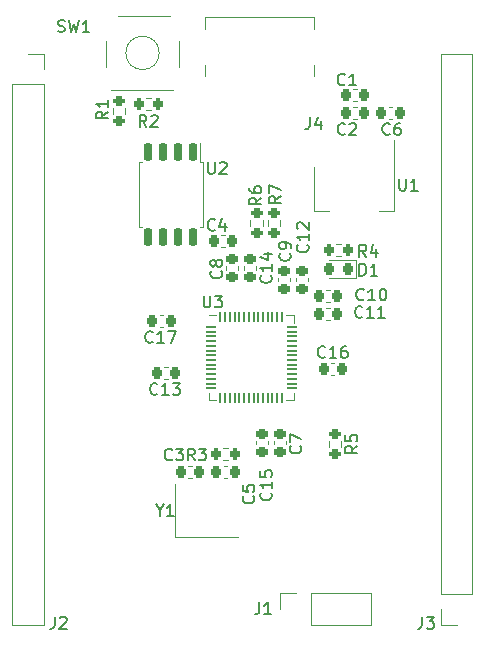
<source format=gbr>
%TF.GenerationSoftware,KiCad,Pcbnew,(6.0.7)*%
%TF.CreationDate,2023-07-30T21:01:36+08:00*%
%TF.ProjectId,RP2040 basic dev board,52503230-3430-4206-9261-736963206465,rev?*%
%TF.SameCoordinates,Original*%
%TF.FileFunction,Legend,Top*%
%TF.FilePolarity,Positive*%
%FSLAX46Y46*%
G04 Gerber Fmt 4.6, Leading zero omitted, Abs format (unit mm)*
G04 Created by KiCad (PCBNEW (6.0.7)) date 2023-07-30 21:01:36*
%MOMM*%
%LPD*%
G01*
G04 APERTURE LIST*
G04 Aperture macros list*
%AMRoundRect*
0 Rectangle with rounded corners*
0 $1 Rounding radius*
0 $2 $3 $4 $5 $6 $7 $8 $9 X,Y pos of 4 corners*
0 Add a 4 corners polygon primitive as box body*
4,1,4,$2,$3,$4,$5,$6,$7,$8,$9,$2,$3,0*
0 Add four circle primitives for the rounded corners*
1,1,$1+$1,$2,$3*
1,1,$1+$1,$4,$5*
1,1,$1+$1,$6,$7*
1,1,$1+$1,$8,$9*
0 Add four rect primitives between the rounded corners*
20,1,$1+$1,$2,$3,$4,$5,0*
20,1,$1+$1,$4,$5,$6,$7,0*
20,1,$1+$1,$6,$7,$8,$9,0*
20,1,$1+$1,$8,$9,$2,$3,0*%
G04 Aperture macros list end*
%ADD10C,0.150000*%
%ADD11C,0.120000*%
%ADD12R,1.700000X1.700000*%
%ADD13O,1.700000X1.700000*%
%ADD14RoundRect,0.225000X-0.225000X-0.250000X0.225000X-0.250000X0.225000X0.250000X-0.225000X0.250000X0*%
%ADD15RoundRect,0.225000X0.250000X-0.225000X0.250000X0.225000X-0.250000X0.225000X-0.250000X-0.225000X0*%
%ADD16RoundRect,0.200000X0.275000X-0.200000X0.275000X0.200000X-0.275000X0.200000X-0.275000X-0.200000X0*%
%ADD17RoundRect,0.225000X0.225000X0.250000X-0.225000X0.250000X-0.225000X-0.250000X0.225000X-0.250000X0*%
%ADD18R,2.100000X1.800000*%
%ADD19C,1.700000*%
%ADD20RoundRect,0.200000X-0.275000X0.200000X-0.275000X-0.200000X0.275000X-0.200000X0.275000X0.200000X0*%
%ADD21RoundRect,0.200000X-0.200000X-0.275000X0.200000X-0.275000X0.200000X0.275000X-0.200000X0.275000X0*%
%ADD22RoundRect,0.050000X-0.387500X-0.050000X0.387500X-0.050000X0.387500X0.050000X-0.387500X0.050000X0*%
%ADD23RoundRect,0.050000X-0.050000X-0.387500X0.050000X-0.387500X0.050000X0.387500X-0.050000X0.387500X0*%
%ADD24R,3.200000X3.200000*%
%ADD25RoundRect,0.225000X-0.250000X0.225000X-0.250000X-0.225000X0.250000X-0.225000X0.250000X0.225000X0*%
%ADD26RoundRect,0.218750X0.218750X0.256250X-0.218750X0.256250X-0.218750X-0.256250X0.218750X-0.256250X0*%
%ADD27RoundRect,0.150000X-0.150000X0.650000X-0.150000X-0.650000X0.150000X-0.650000X0.150000X0.650000X0*%
%ADD28O,0.850000X0.600000*%
%ADD29C,0.600000*%
%ADD30R,1.000000X2.000000*%
%ADD31R,0.520000X1.000000*%
%ADD32R,0.270000X1.000000*%
%ADD33O,1.300000X2.300000*%
%ADD34O,1.300000X2.600000*%
%ADD35R,1.500000X2.000000*%
%ADD36R,3.800000X2.000000*%
G04 APERTURE END LIST*
D10*
%TO.C,J1*%
X195071666Y-114827380D02*
X195071666Y-115541666D01*
X195024047Y-115684523D01*
X194928809Y-115779761D01*
X194785952Y-115827380D01*
X194690714Y-115827380D01*
X196071666Y-115827380D02*
X195500238Y-115827380D01*
X195785952Y-115827380D02*
X195785952Y-114827380D01*
X195690714Y-114970238D01*
X195595476Y-115065476D01*
X195500238Y-115113095D01*
%TO.C,C11*%
X203807142Y-90632142D02*
X203759523Y-90679761D01*
X203616666Y-90727380D01*
X203521428Y-90727380D01*
X203378571Y-90679761D01*
X203283333Y-90584523D01*
X203235714Y-90489285D01*
X203188095Y-90298809D01*
X203188095Y-90155952D01*
X203235714Y-89965476D01*
X203283333Y-89870238D01*
X203378571Y-89775000D01*
X203521428Y-89727380D01*
X203616666Y-89727380D01*
X203759523Y-89775000D01*
X203807142Y-89822619D01*
X204759523Y-90727380D02*
X204188095Y-90727380D01*
X204473809Y-90727380D02*
X204473809Y-89727380D01*
X204378571Y-89870238D01*
X204283333Y-89965476D01*
X204188095Y-90013095D01*
X205711904Y-90727380D02*
X205140476Y-90727380D01*
X205426190Y-90727380D02*
X205426190Y-89727380D01*
X205330952Y-89870238D01*
X205235714Y-89965476D01*
X205140476Y-90013095D01*
%TO.C,C8*%
X191857142Y-86766666D02*
X191904761Y-86814285D01*
X191952380Y-86957142D01*
X191952380Y-87052380D01*
X191904761Y-87195238D01*
X191809523Y-87290476D01*
X191714285Y-87338095D01*
X191523809Y-87385714D01*
X191380952Y-87385714D01*
X191190476Y-87338095D01*
X191095238Y-87290476D01*
X191000000Y-87195238D01*
X190952380Y-87052380D01*
X190952380Y-86957142D01*
X191000000Y-86814285D01*
X191047619Y-86766666D01*
X191380952Y-86195238D02*
X191333333Y-86290476D01*
X191285714Y-86338095D01*
X191190476Y-86385714D01*
X191142857Y-86385714D01*
X191047619Y-86338095D01*
X191000000Y-86290476D01*
X190952380Y-86195238D01*
X190952380Y-86004761D01*
X191000000Y-85909523D01*
X191047619Y-85861904D01*
X191142857Y-85814285D01*
X191190476Y-85814285D01*
X191285714Y-85861904D01*
X191333333Y-85909523D01*
X191380952Y-86004761D01*
X191380952Y-86195238D01*
X191428571Y-86290476D01*
X191476190Y-86338095D01*
X191571428Y-86385714D01*
X191761904Y-86385714D01*
X191857142Y-86338095D01*
X191904761Y-86290476D01*
X191952380Y-86195238D01*
X191952380Y-86004761D01*
X191904761Y-85909523D01*
X191857142Y-85861904D01*
X191761904Y-85814285D01*
X191571428Y-85814285D01*
X191476190Y-85861904D01*
X191428571Y-85909523D01*
X191380952Y-86004761D01*
%TO.C,C4*%
X191333333Y-83257142D02*
X191285714Y-83304761D01*
X191142857Y-83352380D01*
X191047619Y-83352380D01*
X190904761Y-83304761D01*
X190809523Y-83209523D01*
X190761904Y-83114285D01*
X190714285Y-82923809D01*
X190714285Y-82780952D01*
X190761904Y-82590476D01*
X190809523Y-82495238D01*
X190904761Y-82400000D01*
X191047619Y-82352380D01*
X191142857Y-82352380D01*
X191285714Y-82400000D01*
X191333333Y-82447619D01*
X192190476Y-82685714D02*
X192190476Y-83352380D01*
X191952380Y-82304761D02*
X191714285Y-83019047D01*
X192333333Y-83019047D01*
%TO.C,J3*%
X208866666Y-116052380D02*
X208866666Y-116766666D01*
X208819047Y-116909523D01*
X208723809Y-117004761D01*
X208580952Y-117052380D01*
X208485714Y-117052380D01*
X209247619Y-116052380D02*
X209866666Y-116052380D01*
X209533333Y-116433333D01*
X209676190Y-116433333D01*
X209771428Y-116480952D01*
X209819047Y-116528571D01*
X209866666Y-116623809D01*
X209866666Y-116861904D01*
X209819047Y-116957142D01*
X209771428Y-117004761D01*
X209676190Y-117052380D01*
X209390476Y-117052380D01*
X209295238Y-117004761D01*
X209247619Y-116957142D01*
%TO.C,C1*%
X202333333Y-70957142D02*
X202285714Y-71004761D01*
X202142857Y-71052380D01*
X202047619Y-71052380D01*
X201904761Y-71004761D01*
X201809523Y-70909523D01*
X201761904Y-70814285D01*
X201714285Y-70623809D01*
X201714285Y-70480952D01*
X201761904Y-70290476D01*
X201809523Y-70195238D01*
X201904761Y-70100000D01*
X202047619Y-70052380D01*
X202142857Y-70052380D01*
X202285714Y-70100000D01*
X202333333Y-70147619D01*
X203285714Y-71052380D02*
X202714285Y-71052380D01*
X203000000Y-71052380D02*
X203000000Y-70052380D01*
X202904761Y-70195238D01*
X202809523Y-70290476D01*
X202714285Y-70338095D01*
%TO.C,R6*%
X195252380Y-80551666D02*
X194776190Y-80885000D01*
X195252380Y-81123095D02*
X194252380Y-81123095D01*
X194252380Y-80742142D01*
X194300000Y-80646904D01*
X194347619Y-80599285D01*
X194442857Y-80551666D01*
X194585714Y-80551666D01*
X194680952Y-80599285D01*
X194728571Y-80646904D01*
X194776190Y-80742142D01*
X194776190Y-81123095D01*
X194252380Y-79694523D02*
X194252380Y-79885000D01*
X194300000Y-79980238D01*
X194347619Y-80027857D01*
X194490476Y-80123095D01*
X194680952Y-80170714D01*
X195061904Y-80170714D01*
X195157142Y-80123095D01*
X195204761Y-80075476D01*
X195252380Y-79980238D01*
X195252380Y-79789761D01*
X195204761Y-79694523D01*
X195157142Y-79646904D01*
X195061904Y-79599285D01*
X194823809Y-79599285D01*
X194728571Y-79646904D01*
X194680952Y-79694523D01*
X194633333Y-79789761D01*
X194633333Y-79980238D01*
X194680952Y-80075476D01*
X194728571Y-80123095D01*
X194823809Y-80170714D01*
%TO.C,C5*%
X194582142Y-105816666D02*
X194629761Y-105864285D01*
X194677380Y-106007142D01*
X194677380Y-106102380D01*
X194629761Y-106245238D01*
X194534523Y-106340476D01*
X194439285Y-106388095D01*
X194248809Y-106435714D01*
X194105952Y-106435714D01*
X193915476Y-106388095D01*
X193820238Y-106340476D01*
X193725000Y-106245238D01*
X193677380Y-106102380D01*
X193677380Y-106007142D01*
X193725000Y-105864285D01*
X193772619Y-105816666D01*
X193677380Y-104911904D02*
X193677380Y-105388095D01*
X194153571Y-105435714D01*
X194105952Y-105388095D01*
X194058333Y-105292857D01*
X194058333Y-105054761D01*
X194105952Y-104959523D01*
X194153571Y-104911904D01*
X194248809Y-104864285D01*
X194486904Y-104864285D01*
X194582142Y-104911904D01*
X194629761Y-104959523D01*
X194677380Y-105054761D01*
X194677380Y-105292857D01*
X194629761Y-105388095D01*
X194582142Y-105435714D01*
%TO.C,C13*%
X186457142Y-97157142D02*
X186409523Y-97204761D01*
X186266666Y-97252380D01*
X186171428Y-97252380D01*
X186028571Y-97204761D01*
X185933333Y-97109523D01*
X185885714Y-97014285D01*
X185838095Y-96823809D01*
X185838095Y-96680952D01*
X185885714Y-96490476D01*
X185933333Y-96395238D01*
X186028571Y-96300000D01*
X186171428Y-96252380D01*
X186266666Y-96252380D01*
X186409523Y-96300000D01*
X186457142Y-96347619D01*
X187409523Y-97252380D02*
X186838095Y-97252380D01*
X187123809Y-97252380D02*
X187123809Y-96252380D01*
X187028571Y-96395238D01*
X186933333Y-96490476D01*
X186838095Y-96538095D01*
X187742857Y-96252380D02*
X188361904Y-96252380D01*
X188028571Y-96633333D01*
X188171428Y-96633333D01*
X188266666Y-96680952D01*
X188314285Y-96728571D01*
X188361904Y-96823809D01*
X188361904Y-97061904D01*
X188314285Y-97157142D01*
X188266666Y-97204761D01*
X188171428Y-97252380D01*
X187885714Y-97252380D01*
X187790476Y-97204761D01*
X187742857Y-97157142D01*
%TO.C,Y1*%
X186648809Y-107026190D02*
X186648809Y-107502380D01*
X186315476Y-106502380D02*
X186648809Y-107026190D01*
X186982142Y-106502380D01*
X187839285Y-107502380D02*
X187267857Y-107502380D01*
X187553571Y-107502380D02*
X187553571Y-106502380D01*
X187458333Y-106645238D01*
X187363095Y-106740476D01*
X187267857Y-106788095D01*
%TO.C,SW1*%
X178041666Y-66479761D02*
X178184523Y-66527380D01*
X178422619Y-66527380D01*
X178517857Y-66479761D01*
X178565476Y-66432142D01*
X178613095Y-66336904D01*
X178613095Y-66241666D01*
X178565476Y-66146428D01*
X178517857Y-66098809D01*
X178422619Y-66051190D01*
X178232142Y-66003571D01*
X178136904Y-65955952D01*
X178089285Y-65908333D01*
X178041666Y-65813095D01*
X178041666Y-65717857D01*
X178089285Y-65622619D01*
X178136904Y-65575000D01*
X178232142Y-65527380D01*
X178470238Y-65527380D01*
X178613095Y-65575000D01*
X178946428Y-65527380D02*
X179184523Y-66527380D01*
X179375000Y-65813095D01*
X179565476Y-66527380D01*
X179803571Y-65527380D01*
X180708333Y-66527380D02*
X180136904Y-66527380D01*
X180422619Y-66527380D02*
X180422619Y-65527380D01*
X180327380Y-65670238D01*
X180232142Y-65765476D01*
X180136904Y-65813095D01*
%TO.C,R1*%
X182277380Y-73266666D02*
X181801190Y-73600000D01*
X182277380Y-73838095D02*
X181277380Y-73838095D01*
X181277380Y-73457142D01*
X181325000Y-73361904D01*
X181372619Y-73314285D01*
X181467857Y-73266666D01*
X181610714Y-73266666D01*
X181705952Y-73314285D01*
X181753571Y-73361904D01*
X181801190Y-73457142D01*
X181801190Y-73838095D01*
X182277380Y-72314285D02*
X182277380Y-72885714D01*
X182277380Y-72600000D02*
X181277380Y-72600000D01*
X181420238Y-72695238D01*
X181515476Y-72790476D01*
X181563095Y-72885714D01*
%TO.C,R5*%
X203382380Y-101566666D02*
X202906190Y-101900000D01*
X203382380Y-102138095D02*
X202382380Y-102138095D01*
X202382380Y-101757142D01*
X202430000Y-101661904D01*
X202477619Y-101614285D01*
X202572857Y-101566666D01*
X202715714Y-101566666D01*
X202810952Y-101614285D01*
X202858571Y-101661904D01*
X202906190Y-101757142D01*
X202906190Y-102138095D01*
X202382380Y-100661904D02*
X202382380Y-101138095D01*
X202858571Y-101185714D01*
X202810952Y-101138095D01*
X202763333Y-101042857D01*
X202763333Y-100804761D01*
X202810952Y-100709523D01*
X202858571Y-100661904D01*
X202953809Y-100614285D01*
X203191904Y-100614285D01*
X203287142Y-100661904D01*
X203334761Y-100709523D01*
X203382380Y-100804761D01*
X203382380Y-101042857D01*
X203334761Y-101138095D01*
X203287142Y-101185714D01*
%TO.C,C17*%
X186057142Y-92757142D02*
X186009523Y-92804761D01*
X185866666Y-92852380D01*
X185771428Y-92852380D01*
X185628571Y-92804761D01*
X185533333Y-92709523D01*
X185485714Y-92614285D01*
X185438095Y-92423809D01*
X185438095Y-92280952D01*
X185485714Y-92090476D01*
X185533333Y-91995238D01*
X185628571Y-91900000D01*
X185771428Y-91852380D01*
X185866666Y-91852380D01*
X186009523Y-91900000D01*
X186057142Y-91947619D01*
X187009523Y-92852380D02*
X186438095Y-92852380D01*
X186723809Y-92852380D02*
X186723809Y-91852380D01*
X186628571Y-91995238D01*
X186533333Y-92090476D01*
X186438095Y-92138095D01*
X187342857Y-91852380D02*
X188009523Y-91852380D01*
X187580952Y-92852380D01*
%TO.C,C3*%
X187708333Y-102707142D02*
X187660714Y-102754761D01*
X187517857Y-102802380D01*
X187422619Y-102802380D01*
X187279761Y-102754761D01*
X187184523Y-102659523D01*
X187136904Y-102564285D01*
X187089285Y-102373809D01*
X187089285Y-102230952D01*
X187136904Y-102040476D01*
X187184523Y-101945238D01*
X187279761Y-101850000D01*
X187422619Y-101802380D01*
X187517857Y-101802380D01*
X187660714Y-101850000D01*
X187708333Y-101897619D01*
X188041666Y-101802380D02*
X188660714Y-101802380D01*
X188327380Y-102183333D01*
X188470238Y-102183333D01*
X188565476Y-102230952D01*
X188613095Y-102278571D01*
X188660714Y-102373809D01*
X188660714Y-102611904D01*
X188613095Y-102707142D01*
X188565476Y-102754761D01*
X188470238Y-102802380D01*
X188184523Y-102802380D01*
X188089285Y-102754761D01*
X188041666Y-102707142D01*
%TO.C,R7*%
X196902380Y-80451666D02*
X196426190Y-80785000D01*
X196902380Y-81023095D02*
X195902380Y-81023095D01*
X195902380Y-80642142D01*
X195950000Y-80546904D01*
X195997619Y-80499285D01*
X196092857Y-80451666D01*
X196235714Y-80451666D01*
X196330952Y-80499285D01*
X196378571Y-80546904D01*
X196426190Y-80642142D01*
X196426190Y-81023095D01*
X195902380Y-80118333D02*
X195902380Y-79451666D01*
X196902380Y-79880238D01*
%TO.C,R4*%
X204133333Y-85552380D02*
X203800000Y-85076190D01*
X203561904Y-85552380D02*
X203561904Y-84552380D01*
X203942857Y-84552380D01*
X204038095Y-84600000D01*
X204085714Y-84647619D01*
X204133333Y-84742857D01*
X204133333Y-84885714D01*
X204085714Y-84980952D01*
X204038095Y-85028571D01*
X203942857Y-85076190D01*
X203561904Y-85076190D01*
X204990476Y-84885714D02*
X204990476Y-85552380D01*
X204752380Y-84504761D02*
X204514285Y-85219047D01*
X205133333Y-85219047D01*
%TO.C,U3*%
X190363095Y-88852380D02*
X190363095Y-89661904D01*
X190410714Y-89757142D01*
X190458333Y-89804761D01*
X190553571Y-89852380D01*
X190744047Y-89852380D01*
X190839285Y-89804761D01*
X190886904Y-89757142D01*
X190934523Y-89661904D01*
X190934523Y-88852380D01*
X191315476Y-88852380D02*
X191934523Y-88852380D01*
X191601190Y-89233333D01*
X191744047Y-89233333D01*
X191839285Y-89280952D01*
X191886904Y-89328571D01*
X191934523Y-89423809D01*
X191934523Y-89661904D01*
X191886904Y-89757142D01*
X191839285Y-89804761D01*
X191744047Y-89852380D01*
X191458333Y-89852380D01*
X191363095Y-89804761D01*
X191315476Y-89757142D01*
%TO.C,J2*%
X177766666Y-116032380D02*
X177766666Y-116746666D01*
X177719047Y-116889523D01*
X177623809Y-116984761D01*
X177480952Y-117032380D01*
X177385714Y-117032380D01*
X178195238Y-116127619D02*
X178242857Y-116080000D01*
X178338095Y-116032380D01*
X178576190Y-116032380D01*
X178671428Y-116080000D01*
X178719047Y-116127619D01*
X178766666Y-116222857D01*
X178766666Y-116318095D01*
X178719047Y-116460952D01*
X178147619Y-117032380D01*
X178766666Y-117032380D01*
%TO.C,C7*%
X198557142Y-101566666D02*
X198604761Y-101614285D01*
X198652380Y-101757142D01*
X198652380Y-101852380D01*
X198604761Y-101995238D01*
X198509523Y-102090476D01*
X198414285Y-102138095D01*
X198223809Y-102185714D01*
X198080952Y-102185714D01*
X197890476Y-102138095D01*
X197795238Y-102090476D01*
X197700000Y-101995238D01*
X197652380Y-101852380D01*
X197652380Y-101757142D01*
X197700000Y-101614285D01*
X197747619Y-101566666D01*
X197652380Y-101233333D02*
X197652380Y-100566666D01*
X198652380Y-100995238D01*
%TO.C,D1*%
X203561904Y-87152380D02*
X203561904Y-86152380D01*
X203800000Y-86152380D01*
X203942857Y-86200000D01*
X204038095Y-86295238D01*
X204085714Y-86390476D01*
X204133333Y-86580952D01*
X204133333Y-86723809D01*
X204085714Y-86914285D01*
X204038095Y-87009523D01*
X203942857Y-87104761D01*
X203800000Y-87152380D01*
X203561904Y-87152380D01*
X205085714Y-87152380D02*
X204514285Y-87152380D01*
X204800000Y-87152380D02*
X204800000Y-86152380D01*
X204704761Y-86295238D01*
X204609523Y-86390476D01*
X204514285Y-86438095D01*
%TO.C,C12*%
X199157142Y-84542857D02*
X199204761Y-84590476D01*
X199252380Y-84733333D01*
X199252380Y-84828571D01*
X199204761Y-84971428D01*
X199109523Y-85066666D01*
X199014285Y-85114285D01*
X198823809Y-85161904D01*
X198680952Y-85161904D01*
X198490476Y-85114285D01*
X198395238Y-85066666D01*
X198300000Y-84971428D01*
X198252380Y-84828571D01*
X198252380Y-84733333D01*
X198300000Y-84590476D01*
X198347619Y-84542857D01*
X199252380Y-83590476D02*
X199252380Y-84161904D01*
X199252380Y-83876190D02*
X198252380Y-83876190D01*
X198395238Y-83971428D01*
X198490476Y-84066666D01*
X198538095Y-84161904D01*
X198347619Y-83209523D02*
X198300000Y-83161904D01*
X198252380Y-83066666D01*
X198252380Y-82828571D01*
X198300000Y-82733333D01*
X198347619Y-82685714D01*
X198442857Y-82638095D01*
X198538095Y-82638095D01*
X198680952Y-82685714D01*
X199252380Y-83257142D01*
X199252380Y-82638095D01*
%TO.C,U2*%
X190738095Y-77552380D02*
X190738095Y-78361904D01*
X190785714Y-78457142D01*
X190833333Y-78504761D01*
X190928571Y-78552380D01*
X191119047Y-78552380D01*
X191214285Y-78504761D01*
X191261904Y-78457142D01*
X191309523Y-78361904D01*
X191309523Y-77552380D01*
X191738095Y-77647619D02*
X191785714Y-77600000D01*
X191880952Y-77552380D01*
X192119047Y-77552380D01*
X192214285Y-77600000D01*
X192261904Y-77647619D01*
X192309523Y-77742857D01*
X192309523Y-77838095D01*
X192261904Y-77980952D01*
X191690476Y-78552380D01*
X192309523Y-78552380D01*
%TO.C,C10*%
X203932142Y-89157142D02*
X203884523Y-89204761D01*
X203741666Y-89252380D01*
X203646428Y-89252380D01*
X203503571Y-89204761D01*
X203408333Y-89109523D01*
X203360714Y-89014285D01*
X203313095Y-88823809D01*
X203313095Y-88680952D01*
X203360714Y-88490476D01*
X203408333Y-88395238D01*
X203503571Y-88300000D01*
X203646428Y-88252380D01*
X203741666Y-88252380D01*
X203884523Y-88300000D01*
X203932142Y-88347619D01*
X204884523Y-89252380D02*
X204313095Y-89252380D01*
X204598809Y-89252380D02*
X204598809Y-88252380D01*
X204503571Y-88395238D01*
X204408333Y-88490476D01*
X204313095Y-88538095D01*
X205503571Y-88252380D02*
X205598809Y-88252380D01*
X205694047Y-88300000D01*
X205741666Y-88347619D01*
X205789285Y-88442857D01*
X205836904Y-88633333D01*
X205836904Y-88871428D01*
X205789285Y-89061904D01*
X205741666Y-89157142D01*
X205694047Y-89204761D01*
X205598809Y-89252380D01*
X205503571Y-89252380D01*
X205408333Y-89204761D01*
X205360714Y-89157142D01*
X205313095Y-89061904D01*
X205265476Y-88871428D01*
X205265476Y-88633333D01*
X205313095Y-88442857D01*
X205360714Y-88347619D01*
X205408333Y-88300000D01*
X205503571Y-88252380D01*
%TO.C,C16*%
X200657142Y-94027142D02*
X200609523Y-94074761D01*
X200466666Y-94122380D01*
X200371428Y-94122380D01*
X200228571Y-94074761D01*
X200133333Y-93979523D01*
X200085714Y-93884285D01*
X200038095Y-93693809D01*
X200038095Y-93550952D01*
X200085714Y-93360476D01*
X200133333Y-93265238D01*
X200228571Y-93170000D01*
X200371428Y-93122380D01*
X200466666Y-93122380D01*
X200609523Y-93170000D01*
X200657142Y-93217619D01*
X201609523Y-94122380D02*
X201038095Y-94122380D01*
X201323809Y-94122380D02*
X201323809Y-93122380D01*
X201228571Y-93265238D01*
X201133333Y-93360476D01*
X201038095Y-93408095D01*
X202466666Y-93122380D02*
X202276190Y-93122380D01*
X202180952Y-93170000D01*
X202133333Y-93217619D01*
X202038095Y-93360476D01*
X201990476Y-93550952D01*
X201990476Y-93931904D01*
X202038095Y-94027142D01*
X202085714Y-94074761D01*
X202180952Y-94122380D01*
X202371428Y-94122380D01*
X202466666Y-94074761D01*
X202514285Y-94027142D01*
X202561904Y-93931904D01*
X202561904Y-93693809D01*
X202514285Y-93598571D01*
X202466666Y-93550952D01*
X202371428Y-93503333D01*
X202180952Y-93503333D01*
X202085714Y-93550952D01*
X202038095Y-93598571D01*
X201990476Y-93693809D01*
%TO.C,C2*%
X202333333Y-75157142D02*
X202285714Y-75204761D01*
X202142857Y-75252380D01*
X202047619Y-75252380D01*
X201904761Y-75204761D01*
X201809523Y-75109523D01*
X201761904Y-75014285D01*
X201714285Y-74823809D01*
X201714285Y-74680952D01*
X201761904Y-74490476D01*
X201809523Y-74395238D01*
X201904761Y-74300000D01*
X202047619Y-74252380D01*
X202142857Y-74252380D01*
X202285714Y-74300000D01*
X202333333Y-74347619D01*
X202714285Y-74347619D02*
X202761904Y-74300000D01*
X202857142Y-74252380D01*
X203095238Y-74252380D01*
X203190476Y-74300000D01*
X203238095Y-74347619D01*
X203285714Y-74442857D01*
X203285714Y-74538095D01*
X203238095Y-74680952D01*
X202666666Y-75252380D01*
X203285714Y-75252380D01*
%TO.C,R3*%
X189608333Y-102802380D02*
X189275000Y-102326190D01*
X189036904Y-102802380D02*
X189036904Y-101802380D01*
X189417857Y-101802380D01*
X189513095Y-101850000D01*
X189560714Y-101897619D01*
X189608333Y-101992857D01*
X189608333Y-102135714D01*
X189560714Y-102230952D01*
X189513095Y-102278571D01*
X189417857Y-102326190D01*
X189036904Y-102326190D01*
X189941666Y-101802380D02*
X190560714Y-101802380D01*
X190227380Y-102183333D01*
X190370238Y-102183333D01*
X190465476Y-102230952D01*
X190513095Y-102278571D01*
X190560714Y-102373809D01*
X190560714Y-102611904D01*
X190513095Y-102707142D01*
X190465476Y-102754761D01*
X190370238Y-102802380D01*
X190084523Y-102802380D01*
X189989285Y-102754761D01*
X189941666Y-102707142D01*
%TO.C,C9*%
X197657142Y-85266666D02*
X197704761Y-85314285D01*
X197752380Y-85457142D01*
X197752380Y-85552380D01*
X197704761Y-85695238D01*
X197609523Y-85790476D01*
X197514285Y-85838095D01*
X197323809Y-85885714D01*
X197180952Y-85885714D01*
X196990476Y-85838095D01*
X196895238Y-85790476D01*
X196800000Y-85695238D01*
X196752380Y-85552380D01*
X196752380Y-85457142D01*
X196800000Y-85314285D01*
X196847619Y-85266666D01*
X197752380Y-84790476D02*
X197752380Y-84600000D01*
X197704761Y-84504761D01*
X197657142Y-84457142D01*
X197514285Y-84361904D01*
X197323809Y-84314285D01*
X196942857Y-84314285D01*
X196847619Y-84361904D01*
X196800000Y-84409523D01*
X196752380Y-84504761D01*
X196752380Y-84695238D01*
X196800000Y-84790476D01*
X196847619Y-84838095D01*
X196942857Y-84885714D01*
X197180952Y-84885714D01*
X197276190Y-84838095D01*
X197323809Y-84790476D01*
X197371428Y-84695238D01*
X197371428Y-84504761D01*
X197323809Y-84409523D01*
X197276190Y-84361904D01*
X197180952Y-84314285D01*
%TO.C,J4*%
X199366666Y-73752380D02*
X199366666Y-74466666D01*
X199319047Y-74609523D01*
X199223809Y-74704761D01*
X199080952Y-74752380D01*
X198985714Y-74752380D01*
X200271428Y-74085714D02*
X200271428Y-74752380D01*
X200033333Y-73704761D02*
X199795238Y-74419047D01*
X200414285Y-74419047D01*
%TO.C,R2*%
X185533333Y-74552380D02*
X185200000Y-74076190D01*
X184961904Y-74552380D02*
X184961904Y-73552380D01*
X185342857Y-73552380D01*
X185438095Y-73600000D01*
X185485714Y-73647619D01*
X185533333Y-73742857D01*
X185533333Y-73885714D01*
X185485714Y-73980952D01*
X185438095Y-74028571D01*
X185342857Y-74076190D01*
X184961904Y-74076190D01*
X185914285Y-73647619D02*
X185961904Y-73600000D01*
X186057142Y-73552380D01*
X186295238Y-73552380D01*
X186390476Y-73600000D01*
X186438095Y-73647619D01*
X186485714Y-73742857D01*
X186485714Y-73838095D01*
X186438095Y-73980952D01*
X185866666Y-74552380D01*
X186485714Y-74552380D01*
%TO.C,C6*%
X206133333Y-75157142D02*
X206085714Y-75204761D01*
X205942857Y-75252380D01*
X205847619Y-75252380D01*
X205704761Y-75204761D01*
X205609523Y-75109523D01*
X205561904Y-75014285D01*
X205514285Y-74823809D01*
X205514285Y-74680952D01*
X205561904Y-74490476D01*
X205609523Y-74395238D01*
X205704761Y-74300000D01*
X205847619Y-74252380D01*
X205942857Y-74252380D01*
X206085714Y-74300000D01*
X206133333Y-74347619D01*
X206990476Y-74252380D02*
X206800000Y-74252380D01*
X206704761Y-74300000D01*
X206657142Y-74347619D01*
X206561904Y-74490476D01*
X206514285Y-74680952D01*
X206514285Y-75061904D01*
X206561904Y-75157142D01*
X206609523Y-75204761D01*
X206704761Y-75252380D01*
X206895238Y-75252380D01*
X206990476Y-75204761D01*
X207038095Y-75157142D01*
X207085714Y-75061904D01*
X207085714Y-74823809D01*
X207038095Y-74728571D01*
X206990476Y-74680952D01*
X206895238Y-74633333D01*
X206704761Y-74633333D01*
X206609523Y-74680952D01*
X206561904Y-74728571D01*
X206514285Y-74823809D01*
%TO.C,C14*%
X196057142Y-87142857D02*
X196104761Y-87190476D01*
X196152380Y-87333333D01*
X196152380Y-87428571D01*
X196104761Y-87571428D01*
X196009523Y-87666666D01*
X195914285Y-87714285D01*
X195723809Y-87761904D01*
X195580952Y-87761904D01*
X195390476Y-87714285D01*
X195295238Y-87666666D01*
X195200000Y-87571428D01*
X195152380Y-87428571D01*
X195152380Y-87333333D01*
X195200000Y-87190476D01*
X195247619Y-87142857D01*
X196152380Y-86190476D02*
X196152380Y-86761904D01*
X196152380Y-86476190D02*
X195152380Y-86476190D01*
X195295238Y-86571428D01*
X195390476Y-86666666D01*
X195438095Y-86761904D01*
X195485714Y-85333333D02*
X196152380Y-85333333D01*
X195104761Y-85571428D02*
X195819047Y-85809523D01*
X195819047Y-85190476D01*
%TO.C,C15*%
X196057142Y-105542857D02*
X196104761Y-105590476D01*
X196152380Y-105733333D01*
X196152380Y-105828571D01*
X196104761Y-105971428D01*
X196009523Y-106066666D01*
X195914285Y-106114285D01*
X195723809Y-106161904D01*
X195580952Y-106161904D01*
X195390476Y-106114285D01*
X195295238Y-106066666D01*
X195200000Y-105971428D01*
X195152380Y-105828571D01*
X195152380Y-105733333D01*
X195200000Y-105590476D01*
X195247619Y-105542857D01*
X196152380Y-104590476D02*
X196152380Y-105161904D01*
X196152380Y-104876190D02*
X195152380Y-104876190D01*
X195295238Y-104971428D01*
X195390476Y-105066666D01*
X195438095Y-105161904D01*
X195152380Y-103685714D02*
X195152380Y-104161904D01*
X195628571Y-104209523D01*
X195580952Y-104161904D01*
X195533333Y-104066666D01*
X195533333Y-103828571D01*
X195580952Y-103733333D01*
X195628571Y-103685714D01*
X195723809Y-103638095D01*
X195961904Y-103638095D01*
X196057142Y-103685714D01*
X196104761Y-103733333D01*
X196152380Y-103828571D01*
X196152380Y-104066666D01*
X196104761Y-104161904D01*
X196057142Y-104209523D01*
%TO.C,U1*%
X206938095Y-78952380D02*
X206938095Y-79761904D01*
X206985714Y-79857142D01*
X207033333Y-79904761D01*
X207128571Y-79952380D01*
X207319047Y-79952380D01*
X207414285Y-79904761D01*
X207461904Y-79857142D01*
X207509523Y-79761904D01*
X207509523Y-78952380D01*
X208509523Y-79952380D02*
X207938095Y-79952380D01*
X208223809Y-79952380D02*
X208223809Y-78952380D01*
X208128571Y-79095238D01*
X208033333Y-79190476D01*
X207938095Y-79238095D01*
D11*
%TO.C,J1*%
X199445000Y-116705000D02*
X199445000Y-114045000D01*
X204585000Y-116705000D02*
X204585000Y-114045000D01*
X199445000Y-114045000D02*
X204585000Y-114045000D01*
X196845000Y-114045000D02*
X198175000Y-114045000D01*
X196845000Y-115375000D02*
X196845000Y-114045000D01*
X199445000Y-116705000D02*
X204585000Y-116705000D01*
%TO.C,C11*%
X200759420Y-90910000D02*
X201040580Y-90910000D01*
X200759420Y-89890000D02*
X201040580Y-89890000D01*
%TO.C,C8*%
X192290000Y-86640580D02*
X192290000Y-86359420D01*
X193310000Y-86640580D02*
X193310000Y-86359420D01*
%TO.C,C4*%
X191859420Y-83690000D02*
X192140580Y-83690000D01*
X191859420Y-84710000D02*
X192140580Y-84710000D01*
%TO.C,J3*%
X210470000Y-114130000D02*
X210470000Y-68350000D01*
X213130000Y-68350000D02*
X210470000Y-68350000D01*
X211800000Y-116730000D02*
X210470000Y-116730000D01*
X210470000Y-116730000D02*
X210470000Y-115400000D01*
X213130000Y-114130000D02*
X213130000Y-68350000D01*
X213130000Y-114130000D02*
X210470000Y-114130000D01*
%TO.C,C1*%
X203059420Y-72410000D02*
X203340580Y-72410000D01*
X203059420Y-71390000D02*
X203340580Y-71390000D01*
%TO.C,R6*%
X195372500Y-82922258D02*
X195372500Y-82447742D01*
X194327500Y-82922258D02*
X194327500Y-82447742D01*
%TO.C,C5*%
X192084420Y-104260000D02*
X192365580Y-104260000D01*
X192084420Y-103240000D02*
X192365580Y-103240000D01*
%TO.C,C13*%
X187340580Y-94890000D02*
X187059420Y-94890000D01*
X187340580Y-95910000D02*
X187059420Y-95910000D01*
%TO.C,Y1*%
X187925000Y-104800000D02*
X187925000Y-109300000D01*
X187925000Y-109300000D02*
X193325000Y-109300000D01*
%TO.C,SW1*%
X182550000Y-71420000D02*
X187750000Y-71420000D01*
X183150000Y-65180000D02*
X187550000Y-65180000D01*
X182080000Y-69450000D02*
X182080000Y-67250000D01*
X188320000Y-67250000D02*
X188320000Y-69450000D01*
X186614214Y-68300000D02*
G75*
G03*
X186614214Y-68300000I-1414214J0D01*
G01*
%TO.C,R1*%
X183722500Y-72962742D02*
X183722500Y-73437258D01*
X182677500Y-72962742D02*
X182677500Y-73437258D01*
%TO.C,R5*%
X202022500Y-101162742D02*
X202022500Y-101637258D01*
X200977500Y-101162742D02*
X200977500Y-101637258D01*
%TO.C,C17*%
X186940580Y-91510000D02*
X186659420Y-91510000D01*
X186940580Y-90490000D02*
X186659420Y-90490000D01*
%TO.C,C3*%
X189365580Y-104260000D02*
X189084420Y-104260000D01*
X189365580Y-103240000D02*
X189084420Y-103240000D01*
%TO.C,R7*%
X196872500Y-82922258D02*
X196872500Y-82447742D01*
X195827500Y-82922258D02*
X195827500Y-82447742D01*
%TO.C,R4*%
X201562742Y-85522500D02*
X202037258Y-85522500D01*
X201562742Y-84477500D02*
X202037258Y-84477500D01*
%TO.C,U3*%
X191440000Y-97710000D02*
X190790000Y-97710000D01*
X197360000Y-90490000D02*
X198010000Y-90490000D01*
X191440000Y-90490000D02*
X190790000Y-90490000D01*
X190790000Y-97710000D02*
X190790000Y-97060000D01*
X197360000Y-97710000D02*
X198010000Y-97710000D01*
X198010000Y-90490000D02*
X198010000Y-91140000D01*
X198010000Y-97710000D02*
X198010000Y-97060000D01*
%TO.C,J2*%
X176830000Y-68350000D02*
X176830000Y-69680000D01*
X174170000Y-70950000D02*
X176830000Y-70950000D01*
X175500000Y-68350000D02*
X176830000Y-68350000D01*
X174170000Y-70950000D02*
X174170000Y-116730000D01*
X176830000Y-70950000D02*
X176830000Y-116730000D01*
X174170000Y-116730000D02*
X176830000Y-116730000D01*
%TO.C,C7*%
X196290000Y-101159420D02*
X196290000Y-101440580D01*
X197310000Y-101159420D02*
X197310000Y-101440580D01*
%TO.C,D1*%
X203285000Y-85865000D02*
X201000000Y-85865000D01*
X201000000Y-87335000D02*
X203285000Y-87335000D01*
X203285000Y-87335000D02*
X203285000Y-85865000D01*
%TO.C,C12*%
X198190000Y-87640580D02*
X198190000Y-87359420D01*
X199210000Y-87640580D02*
X199210000Y-87359420D01*
%TO.C,U2*%
X184875000Y-77575000D02*
X185135000Y-77575000D01*
X190325000Y-77575000D02*
X190065000Y-77575000D01*
X184875000Y-80300000D02*
X184875000Y-77575000D01*
X190325000Y-80300000D02*
X190325000Y-77575000D01*
X184875000Y-80300000D02*
X184875000Y-83025000D01*
X190325000Y-83025000D02*
X190065000Y-83025000D01*
X190065000Y-77575000D02*
X190065000Y-75900000D01*
X190325000Y-80300000D02*
X190325000Y-83025000D01*
X184875000Y-83025000D02*
X185135000Y-83025000D01*
%TO.C,C10*%
X200759420Y-89410000D02*
X201040580Y-89410000D01*
X200759420Y-88390000D02*
X201040580Y-88390000D01*
%TO.C,C16*%
X201159420Y-95610000D02*
X201440580Y-95610000D01*
X201159420Y-94590000D02*
X201440580Y-94590000D01*
%TO.C,C2*%
X203059420Y-73910000D02*
X203340580Y-73910000D01*
X203059420Y-72890000D02*
X203340580Y-72890000D01*
%TO.C,R3*%
X191987742Y-101727500D02*
X192462258Y-101727500D01*
X191987742Y-102772500D02*
X192462258Y-102772500D01*
%TO.C,C9*%
X196690000Y-87640580D02*
X196690000Y-87359420D01*
X197710000Y-87640580D02*
X197710000Y-87359420D01*
%TO.C,J4*%
X199680000Y-66240000D02*
X199680000Y-65290000D01*
X199680000Y-70215000D02*
X199680000Y-69360000D01*
X190520000Y-70215000D02*
X190520000Y-69360000D01*
X199680000Y-65290000D02*
X190520000Y-65290000D01*
X190520000Y-66240000D02*
X190520000Y-65290000D01*
%TO.C,R2*%
X185462742Y-72077500D02*
X185937258Y-72077500D01*
X185462742Y-73122500D02*
X185937258Y-73122500D01*
%TO.C,C6*%
X206059420Y-72890000D02*
X206340580Y-72890000D01*
X206059420Y-73910000D02*
X206340580Y-73910000D01*
%TO.C,C14*%
X194810000Y-86640580D02*
X194810000Y-86359420D01*
X193790000Y-86640580D02*
X193790000Y-86359420D01*
%TO.C,C15*%
X194790000Y-101159420D02*
X194790000Y-101440580D01*
X195810000Y-101159420D02*
X195810000Y-101440580D01*
%TO.C,U1*%
X199690000Y-77950000D02*
X199690000Y-81710000D01*
X206510000Y-75700000D02*
X206510000Y-81710000D01*
X206510000Y-81710000D02*
X205250000Y-81710000D01*
X199690000Y-81710000D02*
X200950000Y-81710000D01*
%TD*%
%LPC*%
D12*
%TO.C,J1*%
X198175000Y-115375000D03*
D13*
X200715000Y-115375000D03*
X203255000Y-115375000D03*
%TD*%
D14*
%TO.C,C11*%
X200125000Y-90400000D03*
X201675000Y-90400000D03*
%TD*%
D15*
%TO.C,C8*%
X192800000Y-87275000D03*
X192800000Y-85725000D03*
%TD*%
D14*
%TO.C,C4*%
X191225000Y-84200000D03*
X192775000Y-84200000D03*
%TD*%
D12*
%TO.C,J3*%
X211800000Y-115400000D03*
D13*
X211800000Y-112860000D03*
X211800000Y-110320000D03*
X211800000Y-107780000D03*
X211800000Y-105240000D03*
X211800000Y-102700000D03*
X211800000Y-100160000D03*
X211800000Y-97620000D03*
X211800000Y-95080000D03*
X211800000Y-92540000D03*
X211800000Y-90000000D03*
X211800000Y-87460000D03*
X211800000Y-84920000D03*
X211800000Y-82380000D03*
X211800000Y-79840000D03*
X211800000Y-77300000D03*
X211800000Y-74760000D03*
X211800000Y-72220000D03*
X211800000Y-69680000D03*
%TD*%
D14*
%TO.C,C1*%
X202425000Y-71900000D03*
X203975000Y-71900000D03*
%TD*%
D16*
%TO.C,R6*%
X194850000Y-83510000D03*
X194850000Y-81860000D03*
%TD*%
D14*
%TO.C,C5*%
X191450000Y-103750000D03*
X193000000Y-103750000D03*
%TD*%
D17*
%TO.C,C13*%
X187975000Y-95400000D03*
X186425000Y-95400000D03*
%TD*%
D18*
%TO.C,Y1*%
X189175000Y-108200000D03*
X192075000Y-108200000D03*
X192075000Y-105900000D03*
X189175000Y-105900000D03*
%TD*%
D19*
%TO.C,SW1*%
X188450000Y-66050000D03*
D12*
X181950000Y-66050000D03*
D19*
X181950000Y-70550000D03*
X188450000Y-70550000D03*
%TD*%
D20*
%TO.C,R1*%
X183200000Y-72375000D03*
X183200000Y-74025000D03*
%TD*%
%TO.C,R5*%
X201500000Y-100575000D03*
X201500000Y-102225000D03*
%TD*%
D17*
%TO.C,C17*%
X187575000Y-91000000D03*
X186025000Y-91000000D03*
%TD*%
%TO.C,C3*%
X190000000Y-103750000D03*
X188450000Y-103750000D03*
%TD*%
D16*
%TO.C,R7*%
X196350000Y-83510000D03*
X196350000Y-81860000D03*
%TD*%
D21*
%TO.C,R4*%
X200975000Y-85000000D03*
X202625000Y-85000000D03*
%TD*%
D22*
%TO.C,U3*%
X190962500Y-91500000D03*
X190962500Y-91900000D03*
X190962500Y-92300000D03*
X190962500Y-92700000D03*
X190962500Y-93100000D03*
X190962500Y-93500000D03*
X190962500Y-93900000D03*
X190962500Y-94300000D03*
X190962500Y-94700000D03*
X190962500Y-95100000D03*
X190962500Y-95500000D03*
X190962500Y-95900000D03*
X190962500Y-96300000D03*
X190962500Y-96700000D03*
D23*
X191800000Y-97537500D03*
X192200000Y-97537500D03*
X192600000Y-97537500D03*
X193000000Y-97537500D03*
X193400000Y-97537500D03*
X193800000Y-97537500D03*
X194200000Y-97537500D03*
X194600000Y-97537500D03*
X195000000Y-97537500D03*
X195400000Y-97537500D03*
X195800000Y-97537500D03*
X196200000Y-97537500D03*
X196600000Y-97537500D03*
X197000000Y-97537500D03*
D22*
X197837500Y-96700000D03*
X197837500Y-96300000D03*
X197837500Y-95900000D03*
X197837500Y-95500000D03*
X197837500Y-95100000D03*
X197837500Y-94700000D03*
X197837500Y-94300000D03*
X197837500Y-93900000D03*
X197837500Y-93500000D03*
X197837500Y-93100000D03*
X197837500Y-92700000D03*
X197837500Y-92300000D03*
X197837500Y-91900000D03*
X197837500Y-91500000D03*
D23*
X197000000Y-90662500D03*
X196600000Y-90662500D03*
X196200000Y-90662500D03*
X195800000Y-90662500D03*
X195400000Y-90662500D03*
X195000000Y-90662500D03*
X194600000Y-90662500D03*
X194200000Y-90662500D03*
X193800000Y-90662500D03*
X193400000Y-90662500D03*
X193000000Y-90662500D03*
X192600000Y-90662500D03*
X192200000Y-90662500D03*
X191800000Y-90662500D03*
D24*
X194400000Y-94100000D03*
%TD*%
D12*
%TO.C,J2*%
X175500000Y-69680000D03*
D13*
X175500000Y-72220000D03*
X175500000Y-74760000D03*
X175500000Y-77300000D03*
X175500000Y-79840000D03*
X175500000Y-82380000D03*
X175500000Y-84920000D03*
X175500000Y-87460000D03*
X175500000Y-90000000D03*
X175500000Y-92540000D03*
X175500000Y-95080000D03*
X175500000Y-97620000D03*
X175500000Y-100160000D03*
X175500000Y-102700000D03*
X175500000Y-105240000D03*
X175500000Y-107780000D03*
X175500000Y-110320000D03*
X175500000Y-112860000D03*
X175500000Y-115400000D03*
%TD*%
D25*
%TO.C,C7*%
X196800000Y-100525000D03*
X196800000Y-102075000D03*
%TD*%
D26*
%TO.C,D1*%
X202587500Y-86600000D03*
X201012500Y-86600000D03*
%TD*%
D15*
%TO.C,C12*%
X198700000Y-88275000D03*
X198700000Y-86725000D03*
%TD*%
D27*
%TO.C,U2*%
X189505000Y-76700000D03*
X188235000Y-76700000D03*
X186965000Y-76700000D03*
X185695000Y-76700000D03*
X185695000Y-83900000D03*
X186965000Y-83900000D03*
X188235000Y-83900000D03*
X189505000Y-83900000D03*
%TD*%
D14*
%TO.C,C10*%
X200125000Y-88900000D03*
X201675000Y-88900000D03*
%TD*%
%TO.C,C16*%
X200525000Y-95100000D03*
X202075000Y-95100000D03*
%TD*%
%TO.C,C2*%
X202425000Y-73400000D03*
X203975000Y-73400000D03*
%TD*%
D21*
%TO.C,R3*%
X191400000Y-102250000D03*
X193050000Y-102250000D03*
%TD*%
D15*
%TO.C,C9*%
X197200000Y-88275000D03*
X197200000Y-86725000D03*
%TD*%
D28*
%TO.C,J4*%
X192100000Y-70950000D03*
D29*
X198100000Y-70950000D03*
D30*
X196500000Y-67850000D03*
X193700000Y-67850000D03*
D31*
X198200000Y-72050000D03*
X197450000Y-72050000D03*
D32*
X196850000Y-72050000D03*
X195350000Y-72050000D03*
X194350000Y-72050000D03*
X193350000Y-72050000D03*
D31*
X192750000Y-72050000D03*
X192000000Y-72050000D03*
X192000000Y-72050000D03*
X192750000Y-72050000D03*
D32*
X193850000Y-72050000D03*
X194850000Y-72050000D03*
X195850000Y-72050000D03*
X196350000Y-72050000D03*
D31*
X197450000Y-72050000D03*
X198200000Y-72050000D03*
D33*
X190780000Y-71675000D03*
X199420000Y-71675000D03*
D34*
X190780000Y-67850000D03*
X199420000Y-67850000D03*
%TD*%
D21*
%TO.C,R2*%
X184875000Y-72600000D03*
X186525000Y-72600000D03*
%TD*%
D14*
%TO.C,C6*%
X205425000Y-73400000D03*
X206975000Y-73400000D03*
%TD*%
D15*
%TO.C,C14*%
X194300000Y-87275000D03*
X194300000Y-85725000D03*
%TD*%
D25*
%TO.C,C15*%
X195300000Y-100525000D03*
X195300000Y-102075000D03*
%TD*%
D35*
%TO.C,U1*%
X205400000Y-76650000D03*
X203100000Y-76650000D03*
D36*
X203100000Y-82950000D03*
D35*
X200800000Y-76650000D03*
%TD*%
M02*

</source>
